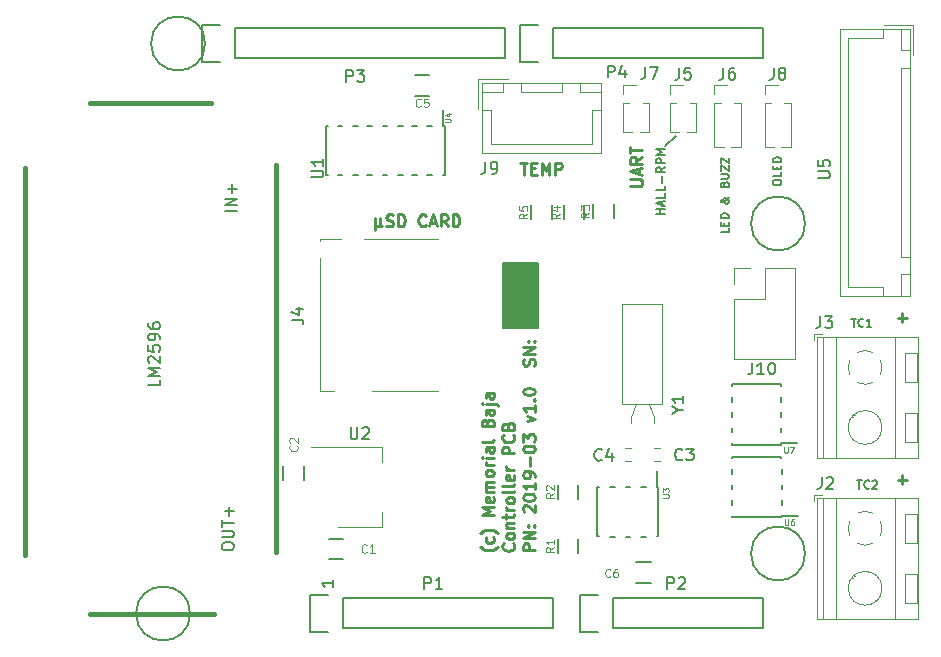
<source format=gbr>
G04 #@! TF.GenerationSoftware,KiCad,Pcbnew,(5.0.2)-1*
G04 #@! TF.CreationDate,2019-05-25T19:55:33-02:30*
G04 #@! TF.ProjectId,ControllerPCB,436f6e74-726f-46c6-9c65-725043422e6b,rev?*
G04 #@! TF.SameCoordinates,Original*
G04 #@! TF.FileFunction,Legend,Top*
G04 #@! TF.FilePolarity,Positive*
%FSLAX46Y46*%
G04 Gerber Fmt 4.6, Leading zero omitted, Abs format (unit mm)*
G04 Created by KiCad (PCBNEW (5.0.2)-1) date 5/25/2019 7:55:33 PM*
%MOMM*%
%LPD*%
G01*
G04 APERTURE LIST*
%ADD10C,0.250000*%
%ADD11C,0.175000*%
%ADD12C,0.150000*%
%ADD13C,0.187500*%
%ADD14C,0.381000*%
%ADD15C,0.120000*%
%ADD16C,0.100000*%
G04 APERTURE END LIST*
D10*
X142873595Y-90375714D02*
X142873595Y-91375714D01*
X143349785Y-90899523D02*
X143397404Y-90994761D01*
X143492642Y-91042380D01*
X142873595Y-90899523D02*
X142921214Y-90994761D01*
X143016452Y-91042380D01*
X143206928Y-91042380D01*
X143302166Y-90994761D01*
X143349785Y-90899523D01*
X143349785Y-90375714D01*
X143873595Y-90994761D02*
X144016452Y-91042380D01*
X144254547Y-91042380D01*
X144349785Y-90994761D01*
X144397404Y-90947142D01*
X144445023Y-90851904D01*
X144445023Y-90756666D01*
X144397404Y-90661428D01*
X144349785Y-90613809D01*
X144254547Y-90566190D01*
X144064071Y-90518571D01*
X143968833Y-90470952D01*
X143921214Y-90423333D01*
X143873595Y-90328095D01*
X143873595Y-90232857D01*
X143921214Y-90137619D01*
X143968833Y-90090000D01*
X144064071Y-90042380D01*
X144302166Y-90042380D01*
X144445023Y-90090000D01*
X144873595Y-91042380D02*
X144873595Y-90042380D01*
X145111690Y-90042380D01*
X145254547Y-90090000D01*
X145349785Y-90185238D01*
X145397404Y-90280476D01*
X145445023Y-90470952D01*
X145445023Y-90613809D01*
X145397404Y-90804285D01*
X145349785Y-90899523D01*
X145254547Y-90994761D01*
X145111690Y-91042380D01*
X144873595Y-91042380D01*
X147206928Y-90947142D02*
X147159309Y-90994761D01*
X147016452Y-91042380D01*
X146921214Y-91042380D01*
X146778357Y-90994761D01*
X146683119Y-90899523D01*
X146635500Y-90804285D01*
X146587880Y-90613809D01*
X146587880Y-90470952D01*
X146635500Y-90280476D01*
X146683119Y-90185238D01*
X146778357Y-90090000D01*
X146921214Y-90042380D01*
X147016452Y-90042380D01*
X147159309Y-90090000D01*
X147206928Y-90137619D01*
X147587880Y-90756666D02*
X148064071Y-90756666D01*
X147492642Y-91042380D02*
X147825976Y-90042380D01*
X148159309Y-91042380D01*
X149064071Y-91042380D02*
X148730738Y-90566190D01*
X148492642Y-91042380D02*
X148492642Y-90042380D01*
X148873595Y-90042380D01*
X148968833Y-90090000D01*
X149016452Y-90137619D01*
X149064071Y-90232857D01*
X149064071Y-90375714D01*
X149016452Y-90470952D01*
X148968833Y-90518571D01*
X148873595Y-90566190D01*
X148492642Y-90566190D01*
X149492642Y-91042380D02*
X149492642Y-90042380D01*
X149730738Y-90042380D01*
X149873595Y-90090000D01*
X149968833Y-90185238D01*
X150016452Y-90280476D01*
X150064071Y-90470952D01*
X150064071Y-90613809D01*
X150016452Y-90804285D01*
X149968833Y-90899523D01*
X149873595Y-90994761D01*
X149730738Y-91042380D01*
X149492642Y-91042380D01*
X187173595Y-112486428D02*
X187935500Y-112486428D01*
X187554547Y-112867380D02*
X187554547Y-112105476D01*
X187173595Y-98786428D02*
X187935500Y-98786428D01*
X187554547Y-99167380D02*
X187554547Y-98405476D01*
D11*
X183728416Y-112556666D02*
X184128416Y-112556666D01*
X183928416Y-113256666D02*
X183928416Y-112556666D01*
X184761750Y-113190000D02*
X184728416Y-113223333D01*
X184628416Y-113256666D01*
X184561750Y-113256666D01*
X184461750Y-113223333D01*
X184395083Y-113156666D01*
X184361750Y-113090000D01*
X184328416Y-112956666D01*
X184328416Y-112856666D01*
X184361750Y-112723333D01*
X184395083Y-112656666D01*
X184461750Y-112590000D01*
X184561750Y-112556666D01*
X184628416Y-112556666D01*
X184728416Y-112590000D01*
X184761750Y-112623333D01*
X185028416Y-112623333D02*
X185061750Y-112590000D01*
X185128416Y-112556666D01*
X185295083Y-112556666D01*
X185361750Y-112590000D01*
X185395083Y-112623333D01*
X185428416Y-112690000D01*
X185428416Y-112756666D01*
X185395083Y-112856666D01*
X184995083Y-113256666D01*
X185428416Y-113256666D01*
X183228416Y-98856666D02*
X183628416Y-98856666D01*
X183428416Y-99556666D02*
X183428416Y-98856666D01*
X184261750Y-99490000D02*
X184228416Y-99523333D01*
X184128416Y-99556666D01*
X184061750Y-99556666D01*
X183961750Y-99523333D01*
X183895083Y-99456666D01*
X183861750Y-99390000D01*
X183828416Y-99256666D01*
X183828416Y-99156666D01*
X183861750Y-99023333D01*
X183895083Y-98956666D01*
X183961750Y-98890000D01*
X184061750Y-98856666D01*
X184128416Y-98856666D01*
X184228416Y-98890000D01*
X184261750Y-98923333D01*
X184928416Y-99556666D02*
X184528416Y-99556666D01*
X184728416Y-99556666D02*
X184728416Y-98856666D01*
X184661750Y-98956666D01*
X184595083Y-99023333D01*
X184528416Y-99056666D01*
D12*
X167448000Y-84215000D02*
X168398000Y-83365000D01*
D11*
X176589666Y-87401250D02*
X176589666Y-87267916D01*
X176623000Y-87201250D01*
X176689666Y-87134583D01*
X176823000Y-87101250D01*
X177056333Y-87101250D01*
X177189666Y-87134583D01*
X177256333Y-87201250D01*
X177289666Y-87267916D01*
X177289666Y-87401250D01*
X177256333Y-87467916D01*
X177189666Y-87534583D01*
X177056333Y-87567916D01*
X176823000Y-87567916D01*
X176689666Y-87534583D01*
X176623000Y-87467916D01*
X176589666Y-87401250D01*
X177289666Y-86467916D02*
X177289666Y-86801250D01*
X176589666Y-86801250D01*
X176923000Y-86234583D02*
X176923000Y-86001250D01*
X177289666Y-85901250D02*
X177289666Y-86234583D01*
X176589666Y-86234583D01*
X176589666Y-85901250D01*
X177289666Y-85601250D02*
X176589666Y-85601250D01*
X176589666Y-85434583D01*
X176623000Y-85334583D01*
X176689666Y-85267916D01*
X176756333Y-85234583D01*
X176889666Y-85201250D01*
X176989666Y-85201250D01*
X177123000Y-85234583D01*
X177189666Y-85267916D01*
X177256333Y-85334583D01*
X177289666Y-85434583D01*
X177289666Y-85601250D01*
X172864666Y-91226250D02*
X172864666Y-91559583D01*
X172164666Y-91559583D01*
X172498000Y-90992916D02*
X172498000Y-90759583D01*
X172864666Y-90659583D02*
X172864666Y-90992916D01*
X172164666Y-90992916D01*
X172164666Y-90659583D01*
X172864666Y-90359583D02*
X172164666Y-90359583D01*
X172164666Y-90192916D01*
X172198000Y-90092916D01*
X172264666Y-90026250D01*
X172331333Y-89992916D01*
X172464666Y-89959583D01*
X172564666Y-89959583D01*
X172698000Y-89992916D01*
X172764666Y-90026250D01*
X172831333Y-90092916D01*
X172864666Y-90192916D01*
X172864666Y-90359583D01*
X172864666Y-88559583D02*
X172864666Y-88592916D01*
X172831333Y-88659583D01*
X172731333Y-88759583D01*
X172531333Y-88926250D01*
X172431333Y-88992916D01*
X172331333Y-89026250D01*
X172264666Y-89026250D01*
X172198000Y-88992916D01*
X172164666Y-88926250D01*
X172164666Y-88892916D01*
X172198000Y-88826250D01*
X172264666Y-88792916D01*
X172298000Y-88792916D01*
X172364666Y-88826250D01*
X172398000Y-88859583D01*
X172531333Y-89059583D01*
X172564666Y-89092916D01*
X172631333Y-89126250D01*
X172731333Y-89126250D01*
X172798000Y-89092916D01*
X172831333Y-89059583D01*
X172864666Y-88992916D01*
X172864666Y-88892916D01*
X172831333Y-88826250D01*
X172798000Y-88792916D01*
X172664666Y-88692916D01*
X172564666Y-88659583D01*
X172498000Y-88659583D01*
X172498000Y-87492916D02*
X172531333Y-87392916D01*
X172564666Y-87359583D01*
X172631333Y-87326250D01*
X172731333Y-87326250D01*
X172798000Y-87359583D01*
X172831333Y-87392916D01*
X172864666Y-87459583D01*
X172864666Y-87726250D01*
X172164666Y-87726250D01*
X172164666Y-87492916D01*
X172198000Y-87426250D01*
X172231333Y-87392916D01*
X172298000Y-87359583D01*
X172364666Y-87359583D01*
X172431333Y-87392916D01*
X172464666Y-87426250D01*
X172498000Y-87492916D01*
X172498000Y-87726250D01*
X172164666Y-87026250D02*
X172731333Y-87026250D01*
X172798000Y-86992916D01*
X172831333Y-86959583D01*
X172864666Y-86892916D01*
X172864666Y-86759583D01*
X172831333Y-86692916D01*
X172798000Y-86659583D01*
X172731333Y-86626250D01*
X172164666Y-86626250D01*
X172164666Y-86359583D02*
X172164666Y-85892916D01*
X172864666Y-86359583D01*
X172864666Y-85892916D01*
X172164666Y-85692916D02*
X172164666Y-85226250D01*
X172864666Y-85692916D01*
X172864666Y-85226250D01*
D13*
X167462285Y-90039553D02*
X166712285Y-90039553D01*
X167069428Y-90039553D02*
X167069428Y-89610982D01*
X167462285Y-89610982D02*
X166712285Y-89610982D01*
X167248000Y-89289553D02*
X167248000Y-88932410D01*
X167462285Y-89360982D02*
X166712285Y-89110982D01*
X167462285Y-88860982D01*
X167462285Y-88253839D02*
X167462285Y-88610982D01*
X166712285Y-88610982D01*
X167462285Y-87646696D02*
X167462285Y-88003839D01*
X166712285Y-88003839D01*
X167176571Y-87396696D02*
X167176571Y-86825267D01*
X167462285Y-86039553D02*
X167105142Y-86289553D01*
X167462285Y-86468125D02*
X166712285Y-86468125D01*
X166712285Y-86182410D01*
X166748000Y-86110982D01*
X166783714Y-86075267D01*
X166855142Y-86039553D01*
X166962285Y-86039553D01*
X167033714Y-86075267D01*
X167069428Y-86110982D01*
X167105142Y-86182410D01*
X167105142Y-86468125D01*
X167462285Y-85718125D02*
X166712285Y-85718125D01*
X166712285Y-85432410D01*
X166748000Y-85360982D01*
X166783714Y-85325267D01*
X166855142Y-85289553D01*
X166962285Y-85289553D01*
X167033714Y-85325267D01*
X167069428Y-85360982D01*
X167105142Y-85432410D01*
X167105142Y-85718125D01*
X167462285Y-84968125D02*
X166712285Y-84968125D01*
X167248000Y-84718125D01*
X166712285Y-84468125D01*
X167462285Y-84468125D01*
D10*
X164525380Y-87639404D02*
X165334904Y-87639404D01*
X165430142Y-87591785D01*
X165477761Y-87544166D01*
X165525380Y-87448928D01*
X165525380Y-87258452D01*
X165477761Y-87163214D01*
X165430142Y-87115595D01*
X165334904Y-87067976D01*
X164525380Y-87067976D01*
X165239666Y-86639404D02*
X165239666Y-86163214D01*
X165525380Y-86734642D02*
X164525380Y-86401309D01*
X165525380Y-86067976D01*
X165525380Y-85163214D02*
X165049190Y-85496547D01*
X165525380Y-85734642D02*
X164525380Y-85734642D01*
X164525380Y-85353690D01*
X164573000Y-85258452D01*
X164620619Y-85210833D01*
X164715857Y-85163214D01*
X164858714Y-85163214D01*
X164953952Y-85210833D01*
X165001571Y-85258452D01*
X165049190Y-85353690D01*
X165049190Y-85734642D01*
X164525380Y-84877500D02*
X164525380Y-84306071D01*
X165525380Y-84591785D02*
X164525380Y-84591785D01*
X155205738Y-85667380D02*
X155777166Y-85667380D01*
X155491452Y-86667380D02*
X155491452Y-85667380D01*
X156110500Y-86143571D02*
X156443833Y-86143571D01*
X156586690Y-86667380D02*
X156110500Y-86667380D01*
X156110500Y-85667380D01*
X156586690Y-85667380D01*
X157015261Y-86667380D02*
X157015261Y-85667380D01*
X157348595Y-86381666D01*
X157681928Y-85667380D01*
X157681928Y-86667380D01*
X158158119Y-86667380D02*
X158158119Y-85667380D01*
X158539071Y-85667380D01*
X158634309Y-85715000D01*
X158681928Y-85762619D01*
X158729547Y-85857857D01*
X158729547Y-86000714D01*
X158681928Y-86095952D01*
X158634309Y-86143571D01*
X158539071Y-86191190D01*
X158158119Y-86191190D01*
X153331333Y-118178690D02*
X153283714Y-118226309D01*
X153140857Y-118321547D01*
X153045619Y-118369166D01*
X152902761Y-118416785D01*
X152664666Y-118464404D01*
X152474190Y-118464404D01*
X152236095Y-118416785D01*
X152093238Y-118369166D01*
X151998000Y-118321547D01*
X151855142Y-118226309D01*
X151807523Y-118178690D01*
X152902761Y-117369166D02*
X152950380Y-117464404D01*
X152950380Y-117654880D01*
X152902761Y-117750119D01*
X152855142Y-117797738D01*
X152759904Y-117845357D01*
X152474190Y-117845357D01*
X152378952Y-117797738D01*
X152331333Y-117750119D01*
X152283714Y-117654880D01*
X152283714Y-117464404D01*
X152331333Y-117369166D01*
X153331333Y-117035833D02*
X153283714Y-116988214D01*
X153140857Y-116892976D01*
X153045619Y-116845357D01*
X152902761Y-116797738D01*
X152664666Y-116750119D01*
X152474190Y-116750119D01*
X152236095Y-116797738D01*
X152093238Y-116845357D01*
X151998000Y-116892976D01*
X151855142Y-116988214D01*
X151807523Y-117035833D01*
X152950380Y-115512023D02*
X151950380Y-115512023D01*
X152664666Y-115178690D01*
X151950380Y-114845357D01*
X152950380Y-114845357D01*
X152902761Y-113988214D02*
X152950380Y-114083452D01*
X152950380Y-114273928D01*
X152902761Y-114369166D01*
X152807523Y-114416785D01*
X152426571Y-114416785D01*
X152331333Y-114369166D01*
X152283714Y-114273928D01*
X152283714Y-114083452D01*
X152331333Y-113988214D01*
X152426571Y-113940595D01*
X152521809Y-113940595D01*
X152617047Y-114416785D01*
X152950380Y-113512023D02*
X152283714Y-113512023D01*
X152378952Y-113512023D02*
X152331333Y-113464404D01*
X152283714Y-113369166D01*
X152283714Y-113226309D01*
X152331333Y-113131071D01*
X152426571Y-113083452D01*
X152950380Y-113083452D01*
X152426571Y-113083452D02*
X152331333Y-113035833D01*
X152283714Y-112940595D01*
X152283714Y-112797738D01*
X152331333Y-112702500D01*
X152426571Y-112654880D01*
X152950380Y-112654880D01*
X152950380Y-112035833D02*
X152902761Y-112131071D01*
X152855142Y-112178690D01*
X152759904Y-112226309D01*
X152474190Y-112226309D01*
X152378952Y-112178690D01*
X152331333Y-112131071D01*
X152283714Y-112035833D01*
X152283714Y-111892976D01*
X152331333Y-111797738D01*
X152378952Y-111750119D01*
X152474190Y-111702500D01*
X152759904Y-111702500D01*
X152855142Y-111750119D01*
X152902761Y-111797738D01*
X152950380Y-111892976D01*
X152950380Y-112035833D01*
X152950380Y-111273928D02*
X152283714Y-111273928D01*
X152474190Y-111273928D02*
X152378952Y-111226309D01*
X152331333Y-111178690D01*
X152283714Y-111083452D01*
X152283714Y-110988214D01*
X152950380Y-110654880D02*
X152283714Y-110654880D01*
X151950380Y-110654880D02*
X151998000Y-110702500D01*
X152045619Y-110654880D01*
X151998000Y-110607261D01*
X151950380Y-110654880D01*
X152045619Y-110654880D01*
X152950380Y-109750119D02*
X152426571Y-109750119D01*
X152331333Y-109797738D01*
X152283714Y-109892976D01*
X152283714Y-110083452D01*
X152331333Y-110178690D01*
X152902761Y-109750119D02*
X152950380Y-109845357D01*
X152950380Y-110083452D01*
X152902761Y-110178690D01*
X152807523Y-110226309D01*
X152712285Y-110226309D01*
X152617047Y-110178690D01*
X152569428Y-110083452D01*
X152569428Y-109845357D01*
X152521809Y-109750119D01*
X152950380Y-109131071D02*
X152902761Y-109226309D01*
X152807523Y-109273928D01*
X151950380Y-109273928D01*
X152426571Y-107654880D02*
X152474190Y-107512023D01*
X152521809Y-107464404D01*
X152617047Y-107416785D01*
X152759904Y-107416785D01*
X152855142Y-107464404D01*
X152902761Y-107512023D01*
X152950380Y-107607261D01*
X152950380Y-107988214D01*
X151950380Y-107988214D01*
X151950380Y-107654880D01*
X151998000Y-107559642D01*
X152045619Y-107512023D01*
X152140857Y-107464404D01*
X152236095Y-107464404D01*
X152331333Y-107512023D01*
X152378952Y-107559642D01*
X152426571Y-107654880D01*
X152426571Y-107988214D01*
X152950380Y-106559642D02*
X152426571Y-106559642D01*
X152331333Y-106607261D01*
X152283714Y-106702500D01*
X152283714Y-106892976D01*
X152331333Y-106988214D01*
X152902761Y-106559642D02*
X152950380Y-106654880D01*
X152950380Y-106892976D01*
X152902761Y-106988214D01*
X152807523Y-107035833D01*
X152712285Y-107035833D01*
X152617047Y-106988214D01*
X152569428Y-106892976D01*
X152569428Y-106654880D01*
X152521809Y-106559642D01*
X152283714Y-106083452D02*
X153140857Y-106083452D01*
X153236095Y-106131071D01*
X153283714Y-106226309D01*
X153283714Y-106273928D01*
X151950380Y-106083452D02*
X151998000Y-106131071D01*
X152045619Y-106083452D01*
X151998000Y-106035833D01*
X151950380Y-106083452D01*
X152045619Y-106083452D01*
X152950380Y-105178690D02*
X152426571Y-105178690D01*
X152331333Y-105226309D01*
X152283714Y-105321547D01*
X152283714Y-105512023D01*
X152331333Y-105607261D01*
X152902761Y-105178690D02*
X152950380Y-105273928D01*
X152950380Y-105512023D01*
X152902761Y-105607261D01*
X152807523Y-105654880D01*
X152712285Y-105654880D01*
X152617047Y-105607261D01*
X152569428Y-105512023D01*
X152569428Y-105273928D01*
X152521809Y-105178690D01*
X154605142Y-117892976D02*
X154652761Y-117940595D01*
X154700380Y-118083452D01*
X154700380Y-118178690D01*
X154652761Y-118321547D01*
X154557523Y-118416785D01*
X154462285Y-118464404D01*
X154271809Y-118512023D01*
X154128952Y-118512023D01*
X153938476Y-118464404D01*
X153843238Y-118416785D01*
X153748000Y-118321547D01*
X153700380Y-118178690D01*
X153700380Y-118083452D01*
X153748000Y-117940595D01*
X153795619Y-117892976D01*
X154700380Y-117321547D02*
X154652761Y-117416785D01*
X154605142Y-117464404D01*
X154509904Y-117512023D01*
X154224190Y-117512023D01*
X154128952Y-117464404D01*
X154081333Y-117416785D01*
X154033714Y-117321547D01*
X154033714Y-117178690D01*
X154081333Y-117083452D01*
X154128952Y-117035833D01*
X154224190Y-116988214D01*
X154509904Y-116988214D01*
X154605142Y-117035833D01*
X154652761Y-117083452D01*
X154700380Y-117178690D01*
X154700380Y-117321547D01*
X154033714Y-116559642D02*
X154700380Y-116559642D01*
X154128952Y-116559642D02*
X154081333Y-116512023D01*
X154033714Y-116416785D01*
X154033714Y-116273928D01*
X154081333Y-116178690D01*
X154176571Y-116131071D01*
X154700380Y-116131071D01*
X154033714Y-115797738D02*
X154033714Y-115416785D01*
X153700380Y-115654880D02*
X154557523Y-115654880D01*
X154652761Y-115607261D01*
X154700380Y-115512023D01*
X154700380Y-115416785D01*
X154700380Y-115083452D02*
X154033714Y-115083452D01*
X154224190Y-115083452D02*
X154128952Y-115035833D01*
X154081333Y-114988214D01*
X154033714Y-114892976D01*
X154033714Y-114797738D01*
X154700380Y-114321547D02*
X154652761Y-114416785D01*
X154605142Y-114464404D01*
X154509904Y-114512023D01*
X154224190Y-114512023D01*
X154128952Y-114464404D01*
X154081333Y-114416785D01*
X154033714Y-114321547D01*
X154033714Y-114178690D01*
X154081333Y-114083452D01*
X154128952Y-114035833D01*
X154224190Y-113988214D01*
X154509904Y-113988214D01*
X154605142Y-114035833D01*
X154652761Y-114083452D01*
X154700380Y-114178690D01*
X154700380Y-114321547D01*
X154700380Y-113416785D02*
X154652761Y-113512023D01*
X154557523Y-113559642D01*
X153700380Y-113559642D01*
X154700380Y-112892976D02*
X154652761Y-112988214D01*
X154557523Y-113035833D01*
X153700380Y-113035833D01*
X154652761Y-112131071D02*
X154700380Y-112226309D01*
X154700380Y-112416785D01*
X154652761Y-112512023D01*
X154557523Y-112559642D01*
X154176571Y-112559642D01*
X154081333Y-112512023D01*
X154033714Y-112416785D01*
X154033714Y-112226309D01*
X154081333Y-112131071D01*
X154176571Y-112083452D01*
X154271809Y-112083452D01*
X154367047Y-112559642D01*
X154700380Y-111654880D02*
X154033714Y-111654880D01*
X154224190Y-111654880D02*
X154128952Y-111607261D01*
X154081333Y-111559642D01*
X154033714Y-111464404D01*
X154033714Y-111369166D01*
X154700380Y-110273928D02*
X153700380Y-110273928D01*
X153700380Y-109892976D01*
X153748000Y-109797738D01*
X153795619Y-109750119D01*
X153890857Y-109702500D01*
X154033714Y-109702500D01*
X154128952Y-109750119D01*
X154176571Y-109797738D01*
X154224190Y-109892976D01*
X154224190Y-110273928D01*
X154605142Y-108702500D02*
X154652761Y-108750119D01*
X154700380Y-108892976D01*
X154700380Y-108988214D01*
X154652761Y-109131071D01*
X154557523Y-109226309D01*
X154462285Y-109273928D01*
X154271809Y-109321547D01*
X154128952Y-109321547D01*
X153938476Y-109273928D01*
X153843238Y-109226309D01*
X153748000Y-109131071D01*
X153700380Y-108988214D01*
X153700380Y-108892976D01*
X153748000Y-108750119D01*
X153795619Y-108702500D01*
X154176571Y-107940595D02*
X154224190Y-107797738D01*
X154271809Y-107750119D01*
X154367047Y-107702500D01*
X154509904Y-107702500D01*
X154605142Y-107750119D01*
X154652761Y-107797738D01*
X154700380Y-107892976D01*
X154700380Y-108273928D01*
X153700380Y-108273928D01*
X153700380Y-107940595D01*
X153748000Y-107845357D01*
X153795619Y-107797738D01*
X153890857Y-107750119D01*
X153986095Y-107750119D01*
X154081333Y-107797738D01*
X154128952Y-107845357D01*
X154176571Y-107940595D01*
X154176571Y-108273928D01*
X156450380Y-118464404D02*
X155450380Y-118464404D01*
X155450380Y-118083452D01*
X155498000Y-117988214D01*
X155545619Y-117940595D01*
X155640857Y-117892976D01*
X155783714Y-117892976D01*
X155878952Y-117940595D01*
X155926571Y-117988214D01*
X155974190Y-118083452D01*
X155974190Y-118464404D01*
X156450380Y-117464404D02*
X155450380Y-117464404D01*
X156450380Y-116892976D01*
X155450380Y-116892976D01*
X156355142Y-116416785D02*
X156402761Y-116369166D01*
X156450380Y-116416785D01*
X156402761Y-116464404D01*
X156355142Y-116416785D01*
X156450380Y-116416785D01*
X155831333Y-116416785D02*
X155878952Y-116369166D01*
X155926571Y-116416785D01*
X155878952Y-116464404D01*
X155831333Y-116416785D01*
X155926571Y-116416785D01*
X155545619Y-115226309D02*
X155498000Y-115178690D01*
X155450380Y-115083452D01*
X155450380Y-114845357D01*
X155498000Y-114750119D01*
X155545619Y-114702500D01*
X155640857Y-114654880D01*
X155736095Y-114654880D01*
X155878952Y-114702500D01*
X156450380Y-115273928D01*
X156450380Y-114654880D01*
X155450380Y-114035833D02*
X155450380Y-113940595D01*
X155498000Y-113845357D01*
X155545619Y-113797738D01*
X155640857Y-113750119D01*
X155831333Y-113702500D01*
X156069428Y-113702500D01*
X156259904Y-113750119D01*
X156355142Y-113797738D01*
X156402761Y-113845357D01*
X156450380Y-113940595D01*
X156450380Y-114035833D01*
X156402761Y-114131071D01*
X156355142Y-114178690D01*
X156259904Y-114226309D01*
X156069428Y-114273928D01*
X155831333Y-114273928D01*
X155640857Y-114226309D01*
X155545619Y-114178690D01*
X155498000Y-114131071D01*
X155450380Y-114035833D01*
X156450380Y-112750119D02*
X156450380Y-113321547D01*
X156450380Y-113035833D02*
X155450380Y-113035833D01*
X155593238Y-113131071D01*
X155688476Y-113226309D01*
X155736095Y-113321547D01*
X156450380Y-112273928D02*
X156450380Y-112083452D01*
X156402761Y-111988214D01*
X156355142Y-111940595D01*
X156212285Y-111845357D01*
X156021809Y-111797738D01*
X155640857Y-111797738D01*
X155545619Y-111845357D01*
X155498000Y-111892976D01*
X155450380Y-111988214D01*
X155450380Y-112178690D01*
X155498000Y-112273928D01*
X155545619Y-112321547D01*
X155640857Y-112369166D01*
X155878952Y-112369166D01*
X155974190Y-112321547D01*
X156021809Y-112273928D01*
X156069428Y-112178690D01*
X156069428Y-111988214D01*
X156021809Y-111892976D01*
X155974190Y-111845357D01*
X155878952Y-111797738D01*
X156069428Y-111369166D02*
X156069428Y-110607261D01*
X155450380Y-109940595D02*
X155450380Y-109845357D01*
X155498000Y-109750119D01*
X155545619Y-109702500D01*
X155640857Y-109654880D01*
X155831333Y-109607261D01*
X156069428Y-109607261D01*
X156259904Y-109654880D01*
X156355142Y-109702500D01*
X156402761Y-109750119D01*
X156450380Y-109845357D01*
X156450380Y-109940595D01*
X156402761Y-110035833D01*
X156355142Y-110083452D01*
X156259904Y-110131071D01*
X156069428Y-110178690D01*
X155831333Y-110178690D01*
X155640857Y-110131071D01*
X155545619Y-110083452D01*
X155498000Y-110035833D01*
X155450380Y-109940595D01*
X155450380Y-109273928D02*
X155450380Y-108654880D01*
X155831333Y-108988214D01*
X155831333Y-108845357D01*
X155878952Y-108750119D01*
X155926571Y-108702500D01*
X156021809Y-108654880D01*
X156259904Y-108654880D01*
X156355142Y-108702500D01*
X156402761Y-108750119D01*
X156450380Y-108845357D01*
X156450380Y-109131071D01*
X156402761Y-109226309D01*
X156355142Y-109273928D01*
X155783714Y-107559642D02*
X156450380Y-107321547D01*
X155783714Y-107083452D01*
X156450380Y-106178690D02*
X156450380Y-106750119D01*
X156450380Y-106464404D02*
X155450380Y-106464404D01*
X155593238Y-106559642D01*
X155688476Y-106654880D01*
X155736095Y-106750119D01*
X156355142Y-105750119D02*
X156402761Y-105702500D01*
X156450380Y-105750119D01*
X156402761Y-105797738D01*
X156355142Y-105750119D01*
X156450380Y-105750119D01*
X155450380Y-105083452D02*
X155450380Y-104988214D01*
X155498000Y-104892976D01*
X155545619Y-104845357D01*
X155640857Y-104797738D01*
X155831333Y-104750119D01*
X156069428Y-104750119D01*
X156259904Y-104797738D01*
X156355142Y-104845357D01*
X156402761Y-104892976D01*
X156450380Y-104988214D01*
X156450380Y-105083452D01*
X156402761Y-105178690D01*
X156355142Y-105226309D01*
X156259904Y-105273928D01*
X156069428Y-105321547D01*
X155831333Y-105321547D01*
X155640857Y-105273928D01*
X155545619Y-105226309D01*
X155498000Y-105178690D01*
X155450380Y-105083452D01*
X156402761Y-102845357D02*
X156450380Y-102702500D01*
X156450380Y-102464404D01*
X156402761Y-102369166D01*
X156355142Y-102321547D01*
X156259904Y-102273928D01*
X156164666Y-102273928D01*
X156069428Y-102321547D01*
X156021809Y-102369166D01*
X155974190Y-102464404D01*
X155926571Y-102654880D01*
X155878952Y-102750119D01*
X155831333Y-102797738D01*
X155736095Y-102845357D01*
X155640857Y-102845357D01*
X155545619Y-102797738D01*
X155498000Y-102750119D01*
X155450380Y-102654880D01*
X155450380Y-102416785D01*
X155498000Y-102273928D01*
X156450380Y-101845357D02*
X155450380Y-101845357D01*
X156450380Y-101273928D01*
X155450380Y-101273928D01*
X156355142Y-100797738D02*
X156402761Y-100750119D01*
X156450380Y-100797738D01*
X156402761Y-100845357D01*
X156355142Y-100797738D01*
X156450380Y-100797738D01*
X155831333Y-100797738D02*
X155878952Y-100750119D01*
X155926571Y-100797738D01*
X155878952Y-100845357D01*
X155831333Y-100797738D01*
X155926571Y-100797738D01*
D12*
X139390380Y-120999285D02*
X139390380Y-121570714D01*
X139390380Y-121285000D02*
X138390380Y-121285000D01*
X138533238Y-121380238D01*
X138628476Y-121475476D01*
X138676095Y-121570714D01*
G04 #@! TO.C,P1*
X140208000Y-125095000D02*
X157988000Y-125095000D01*
X157988000Y-125095000D02*
X157988000Y-122555000D01*
X157988000Y-122555000D02*
X140208000Y-122555000D01*
X137388000Y-125375000D02*
X138938000Y-125375000D01*
X140208000Y-125095000D02*
X140208000Y-122555000D01*
X138938000Y-122275000D02*
X137388000Y-122275000D01*
X137388000Y-122275000D02*
X137388000Y-125375000D01*
G04 #@! TO.C,P2*
X163068000Y-125095000D02*
X175768000Y-125095000D01*
X175768000Y-125095000D02*
X175768000Y-122555000D01*
X175768000Y-122555000D02*
X163068000Y-122555000D01*
X160248000Y-125375000D02*
X161798000Y-125375000D01*
X163068000Y-125095000D02*
X163068000Y-122555000D01*
X161798000Y-122275000D02*
X160248000Y-122275000D01*
X160248000Y-122275000D02*
X160248000Y-125375000D01*
G04 #@! TO.C,P3*
X131064000Y-76835000D02*
X153924000Y-76835000D01*
X153924000Y-76835000D02*
X153924000Y-74295000D01*
X153924000Y-74295000D02*
X131064000Y-74295000D01*
X128244000Y-77115000D02*
X129794000Y-77115000D01*
X131064000Y-76835000D02*
X131064000Y-74295000D01*
X129794000Y-74015000D02*
X128244000Y-74015000D01*
X128244000Y-74015000D02*
X128244000Y-77115000D01*
G04 #@! TO.C,P4*
X157988000Y-76835000D02*
X175768000Y-76835000D01*
X175768000Y-76835000D02*
X175768000Y-74295000D01*
X175768000Y-74295000D02*
X157988000Y-74295000D01*
X155168000Y-77115000D02*
X156718000Y-77115000D01*
X157988000Y-76835000D02*
X157988000Y-74295000D01*
X156718000Y-74015000D02*
X155168000Y-74015000D01*
X155168000Y-74015000D02*
X155168000Y-77115000D01*
G04 #@! TO.C,P5*
X127254000Y-123825000D02*
G75*
G03X127254000Y-123825000I-2286000J0D01*
G01*
G04 #@! TO.C,P6*
X179324000Y-118745000D02*
G75*
G03X179324000Y-118745000I-2286000J0D01*
G01*
G04 #@! TO.C,P7*
X128524000Y-75565000D02*
G75*
G03X128524000Y-75565000I-2286000J0D01*
G01*
G04 #@! TO.C,P8*
X179324000Y-90805000D02*
G75*
G03X179324000Y-90805000I-2286000J0D01*
G01*
G04 #@! TO.C,C1*
X138998000Y-117490000D02*
X140198000Y-117490000D01*
X140198000Y-119240000D02*
X138998000Y-119240000D01*
G04 #@! TO.C,C2*
X136873000Y-111365000D02*
X136873000Y-112565000D01*
X135123000Y-112565000D02*
X135123000Y-111365000D01*
G04 #@! TO.C,logo1*
X153748000Y-94115000D02*
X156748000Y-94115000D01*
X153748000Y-99615000D02*
X156748000Y-99615000D01*
X153748000Y-99565000D02*
X153748000Y-94165000D01*
X153848000Y-94165000D02*
X153848000Y-99565000D01*
X153948000Y-99565000D02*
X153948000Y-94165000D01*
X154048000Y-94165000D02*
X154048000Y-99565000D01*
X154148000Y-99565000D02*
X154148000Y-94165000D01*
X154248000Y-94165000D02*
X154248000Y-99565000D01*
X154348000Y-99565000D02*
X154348000Y-94165000D01*
X154448000Y-94165000D02*
X154448000Y-99565000D01*
X154548000Y-99565000D02*
X154548000Y-94165000D01*
X154648000Y-94165000D02*
X154648000Y-99565000D01*
X154748000Y-99565000D02*
X154748000Y-94165000D01*
X154848000Y-94165000D02*
X154848000Y-99565000D01*
X154948000Y-99565000D02*
X154948000Y-94165000D01*
X155048000Y-94165000D02*
X155048000Y-99565000D01*
X155148000Y-99565000D02*
X155148000Y-94165000D01*
X155248000Y-94165000D02*
X155248000Y-99565000D01*
X155348000Y-99565000D02*
X155348000Y-94165000D01*
X155448000Y-94165000D02*
X155448000Y-99565000D01*
X155548000Y-99565000D02*
X155548000Y-94165000D01*
X155648000Y-94165000D02*
X155648000Y-99565000D01*
X155748000Y-99565000D02*
X155748000Y-94165000D01*
X155848000Y-94165000D02*
X155848000Y-99565000D01*
X155948000Y-99565000D02*
X155948000Y-94165000D01*
X156048000Y-94165000D02*
X156048000Y-99565000D01*
X156148000Y-99565000D02*
X156148000Y-94165000D01*
X156248000Y-94165000D02*
X156248000Y-99565000D01*
X156348000Y-99565000D02*
X156348000Y-94165000D01*
X156448000Y-94165000D02*
X156448000Y-99565000D01*
X156548000Y-99565000D02*
X156548000Y-94165000D01*
X156648000Y-94165000D02*
X156648000Y-99565000D01*
X156748000Y-99565000D02*
X156748000Y-94165000D01*
D14*
G04 #@! TO.C,U1*
X134498000Y-85865000D02*
X134498000Y-118615000D01*
X129248000Y-123865000D02*
X118748000Y-123865000D01*
X113248000Y-118865000D02*
X113248000Y-86115000D01*
X118748000Y-80615000D02*
X128998000Y-80615000D01*
D15*
G04 #@! TO.C,U2*
X137498000Y-109705000D02*
X143508000Y-109705000D01*
X139748000Y-116525000D02*
X143508000Y-116525000D01*
X143508000Y-109705000D02*
X143508000Y-110965000D01*
X143508000Y-116525000D02*
X143508000Y-115265000D01*
D12*
G04 #@! TO.C,C5*
X147498000Y-79990000D02*
X146298000Y-79990000D01*
X146298000Y-78240000D02*
X147498000Y-78240000D01*
G04 #@! TO.C,C6*
X166248000Y-121240000D02*
X165048000Y-121240000D01*
X165048000Y-119490000D02*
X166248000Y-119490000D01*
D15*
G04 #@! TO.C,J2*
X183118725Y-117241871D02*
G75*
G02X182974000Y-116615000I1285275J626871D01*
G01*
X185031362Y-117900824D02*
G75*
G02X183777000Y-117901000I-627362J1285824D01*
G01*
X185689824Y-115987638D02*
G75*
G02X185690000Y-117242000I-1285824J-627362D01*
G01*
X183777254Y-115328389D02*
G75*
G02X185032000Y-115329000I626746J-1286611D01*
G01*
X182973060Y-116639280D02*
G75*
G02X183118000Y-115987000I1430940J24280D01*
G01*
X185834000Y-121695000D02*
G75*
G03X185834000Y-121695000I-1430000J0D01*
G01*
X180854000Y-114015000D02*
X180854000Y-124295000D01*
X181954000Y-114015000D02*
X181954000Y-124295000D01*
X186954000Y-114015000D02*
X186954000Y-124295000D01*
X188864000Y-114015000D02*
X188864000Y-124295000D01*
X180294000Y-114015000D02*
X180294000Y-124295000D01*
X188864000Y-114015000D02*
X180294000Y-114015000D01*
X188864000Y-124295000D02*
X180294000Y-124295000D01*
X188804000Y-115365000D02*
X188804000Y-117865000D01*
X187804000Y-115365000D02*
X187804000Y-117865000D01*
X188804000Y-115365000D02*
X187804000Y-115365000D01*
X188804000Y-117865000D02*
X187804000Y-117865000D01*
X185314000Y-122780000D02*
X185255000Y-122720000D01*
X183359000Y-120825000D02*
X183319000Y-120785000D01*
X185489000Y-122606000D02*
X185449000Y-122566000D01*
X183554000Y-120671000D02*
X183494000Y-120611000D01*
X188804000Y-120445000D02*
X188804000Y-122945000D01*
X187804000Y-120445000D02*
X187804000Y-122945000D01*
X188804000Y-120445000D02*
X187804000Y-120445000D01*
X188804000Y-122945000D02*
X187804000Y-122945000D01*
X180794000Y-113775000D02*
X180054000Y-113775000D01*
X180054000Y-113775000D02*
X180054000Y-114275000D01*
G04 #@! TO.C,J3*
X180054000Y-100157000D02*
X180054000Y-100657000D01*
X180794000Y-100157000D02*
X180054000Y-100157000D01*
X188804000Y-109327000D02*
X187804000Y-109327000D01*
X188804000Y-106827000D02*
X187804000Y-106827000D01*
X187804000Y-106827000D02*
X187804000Y-109327000D01*
X188804000Y-106827000D02*
X188804000Y-109327000D01*
X183554000Y-107053000D02*
X183494000Y-106993000D01*
X185489000Y-108988000D02*
X185449000Y-108948000D01*
X183359000Y-107207000D02*
X183319000Y-107167000D01*
X185314000Y-109162000D02*
X185255000Y-109102000D01*
X188804000Y-104247000D02*
X187804000Y-104247000D01*
X188804000Y-101747000D02*
X187804000Y-101747000D01*
X187804000Y-101747000D02*
X187804000Y-104247000D01*
X188804000Y-101747000D02*
X188804000Y-104247000D01*
X188864000Y-110677000D02*
X180294000Y-110677000D01*
X188864000Y-100397000D02*
X180294000Y-100397000D01*
X180294000Y-100397000D02*
X180294000Y-110677000D01*
X188864000Y-100397000D02*
X188864000Y-110677000D01*
X186954000Y-100397000D02*
X186954000Y-110677000D01*
X181954000Y-100397000D02*
X181954000Y-110677000D01*
X180854000Y-100397000D02*
X180854000Y-110677000D01*
X185834000Y-108077000D02*
G75*
G03X185834000Y-108077000I-1430000J0D01*
G01*
X182973060Y-103021280D02*
G75*
G02X183118000Y-102369000I1430940J24280D01*
G01*
X183777254Y-101710389D02*
G75*
G02X185032000Y-101711000I626746J-1286611D01*
G01*
X185689824Y-102369638D02*
G75*
G02X185690000Y-103624000I-1285824J-627362D01*
G01*
X185031362Y-104282824D02*
G75*
G02X183777000Y-104283000I-627362J1285824D01*
G01*
X183118725Y-103623871D02*
G75*
G02X182974000Y-102997000I1285275J626871D01*
G01*
G04 #@! TO.C,J4*
X138238000Y-92265000D02*
X138238000Y-92155000D01*
X139398000Y-105025000D02*
X138238000Y-105025000D01*
X138238000Y-105025000D02*
X138238000Y-93765000D01*
X138238000Y-92155000D02*
X140048000Y-92155000D01*
X142648000Y-105025000D02*
X148248000Y-105025000D01*
X141948000Y-92155000D02*
X148248000Y-92155000D01*
G04 #@! TO.C,J5*
X167888000Y-79105000D02*
X168998000Y-79105000D01*
X167888000Y-79865000D02*
X167888000Y-79105000D01*
X169561471Y-80625000D02*
X170108000Y-80625000D01*
X167888000Y-80625000D02*
X168434529Y-80625000D01*
X170108000Y-80625000D02*
X170108000Y-83100000D01*
X167888000Y-80625000D02*
X167888000Y-83100000D01*
X169305530Y-83100000D02*
X170108000Y-83100000D01*
X167888000Y-83100000D02*
X168690470Y-83100000D01*
G04 #@! TO.C,J7*
X163888000Y-83100000D02*
X164690470Y-83100000D01*
X165305530Y-83100000D02*
X166108000Y-83100000D01*
X163888000Y-80625000D02*
X163888000Y-83100000D01*
X166108000Y-80625000D02*
X166108000Y-83100000D01*
X163888000Y-80625000D02*
X164434529Y-80625000D01*
X165561471Y-80625000D02*
X166108000Y-80625000D01*
X163888000Y-79865000D02*
X163888000Y-79105000D01*
X163888000Y-79105000D02*
X164998000Y-79105000D01*
G04 #@! TO.C,J8*
X175888000Y-79105000D02*
X176998000Y-79105000D01*
X175888000Y-79865000D02*
X175888000Y-79105000D01*
X177561471Y-80625000D02*
X178108000Y-80625000D01*
X175888000Y-80625000D02*
X176434529Y-80625000D01*
X178108000Y-80625000D02*
X178108000Y-84370000D01*
X175888000Y-80625000D02*
X175888000Y-84370000D01*
X177305530Y-84370000D02*
X178108000Y-84370000D01*
X175888000Y-84370000D02*
X176690470Y-84370000D01*
G04 #@! TO.C,J9*
X151648000Y-78615000D02*
X151648000Y-81115000D01*
X154148000Y-78615000D02*
X151648000Y-78615000D01*
X161298000Y-84115000D02*
X156998000Y-84115000D01*
X161298000Y-81165000D02*
X161298000Y-84115000D01*
X162048000Y-81165000D02*
X161298000Y-81165000D01*
X152698000Y-84115000D02*
X156998000Y-84115000D01*
X152698000Y-81165000D02*
X152698000Y-84115000D01*
X151948000Y-81165000D02*
X152698000Y-81165000D01*
X162048000Y-78915000D02*
X160248000Y-78915000D01*
X162048000Y-79665000D02*
X162048000Y-78915000D01*
X160248000Y-79665000D02*
X162048000Y-79665000D01*
X160248000Y-78915000D02*
X160248000Y-79665000D01*
X153748000Y-78915000D02*
X151948000Y-78915000D01*
X153748000Y-79665000D02*
X153748000Y-78915000D01*
X151948000Y-79665000D02*
X153748000Y-79665000D01*
X151948000Y-78915000D02*
X151948000Y-79665000D01*
X158748000Y-78915000D02*
X155248000Y-78915000D01*
X158748000Y-79665000D02*
X158748000Y-78915000D01*
X155248000Y-79665000D02*
X158748000Y-79665000D01*
X155248000Y-78915000D02*
X155248000Y-79665000D01*
X162048000Y-78915000D02*
X151948000Y-78915000D01*
X162048000Y-84865000D02*
X162048000Y-78915000D01*
X151948000Y-84865000D02*
X162048000Y-84865000D01*
X151948000Y-78915000D02*
X151948000Y-84865000D01*
D12*
G04 #@! TO.C,R1*
X160123000Y-117515000D02*
X160123000Y-118715000D01*
X158373000Y-118715000D02*
X158373000Y-117515000D01*
G04 #@! TO.C,R2*
X158373000Y-114115000D02*
X158373000Y-112915000D01*
X160123000Y-112915000D02*
X160123000Y-114115000D01*
G04 #@! TO.C,R3*
X163123000Y-89165000D02*
X163123000Y-90365000D01*
X161373000Y-90365000D02*
X161373000Y-89165000D01*
G04 #@! TO.C,R4*
X160623000Y-89265000D02*
X160623000Y-90465000D01*
X158873000Y-90465000D02*
X158873000Y-89265000D01*
G04 #@! TO.C,R5*
X157873000Y-89265000D02*
X157873000Y-90465000D01*
X156123000Y-90465000D02*
X156123000Y-89265000D01*
G04 #@! TO.C,U3*
X165822999Y-117330001D02*
X165422999Y-117330001D01*
X164522999Y-117330001D02*
X164122999Y-117330001D01*
X163222999Y-117330001D02*
X162822999Y-117330001D01*
X163222999Y-113130001D02*
X162822999Y-113130001D01*
X164522999Y-113130001D02*
X164122999Y-113130001D01*
X165822999Y-113130001D02*
X165422999Y-113130001D01*
X166897999Y-113155001D02*
X166752999Y-113155001D01*
X166897999Y-117305001D02*
X166752999Y-117305001D01*
X161747999Y-117305001D02*
X161892999Y-117305001D01*
X161747999Y-113155001D02*
X161892999Y-113155001D01*
X166897999Y-113155001D02*
X166897999Y-117305001D01*
X161747999Y-113155001D02*
X161747999Y-117305001D01*
X166752999Y-113155001D02*
X166752999Y-111755001D01*
G04 #@! TO.C,U6*
X173148000Y-114615000D02*
X173148000Y-114215000D01*
X173148000Y-113315000D02*
X173148000Y-112915000D01*
X173148000Y-112015000D02*
X173148000Y-111615000D01*
X177348000Y-112015000D02*
X177348000Y-111615000D01*
X177348000Y-113315000D02*
X177348000Y-112915000D01*
X177348000Y-114615000D02*
X177348000Y-114215000D01*
X177323000Y-115690000D02*
X177323000Y-115545000D01*
X173173000Y-115690000D02*
X173173000Y-115545000D01*
X173173000Y-110540000D02*
X173173000Y-110685000D01*
X177323000Y-110540000D02*
X177323000Y-110685000D01*
X177323000Y-115690000D02*
X173173000Y-115690000D01*
X177323000Y-110540000D02*
X173173000Y-110540000D01*
X177323000Y-115545000D02*
X178723000Y-115545000D01*
G04 #@! TO.C,U7*
X177273000Y-109430000D02*
X178673000Y-109430000D01*
X177273000Y-104425000D02*
X173123000Y-104425000D01*
X177273000Y-109575000D02*
X173123000Y-109575000D01*
X177273000Y-104425000D02*
X177273000Y-104570000D01*
X173123000Y-104425000D02*
X173123000Y-104570000D01*
X173123000Y-109575000D02*
X173123000Y-109430000D01*
X177273000Y-109575000D02*
X177273000Y-109430000D01*
X177298000Y-108500000D02*
X177298000Y-108100000D01*
X177298000Y-107200000D02*
X177298000Y-106800000D01*
X177298000Y-105900000D02*
X177298000Y-105500000D01*
X173098000Y-105900000D02*
X173098000Y-105500000D01*
X173098000Y-107200000D02*
X173098000Y-106800000D01*
X173098000Y-108500000D02*
X173098000Y-108100000D01*
D15*
G04 #@! TO.C,Y1*
X164598000Y-107215000D02*
X164598000Y-107665000D01*
X165003000Y-106065000D02*
X164598000Y-107215000D01*
X166498000Y-107215000D02*
X166498000Y-107665000D01*
X166093000Y-106065000D02*
X166498000Y-107215000D01*
X163848000Y-106065000D02*
X167248000Y-106065000D01*
X163848000Y-97665000D02*
X163848000Y-106065000D01*
X167248000Y-97665000D02*
X163848000Y-97665000D01*
X167248000Y-106065000D02*
X167248000Y-97665000D01*
G04 #@! TO.C,C3*
X166498000Y-110895000D02*
X166998000Y-110895000D01*
X166998000Y-109835000D02*
X166498000Y-109835000D01*
D12*
G04 #@! TO.C,U4*
X143948000Y-86715000D02*
X143548000Y-86715000D01*
X143948000Y-82515000D02*
X143548000Y-82515000D01*
X147748000Y-86715000D02*
X147348000Y-86715000D01*
X146448000Y-86715000D02*
X146048000Y-86715000D01*
X145248000Y-86715000D02*
X144848000Y-86715000D01*
X142648000Y-86715000D02*
X142248000Y-86715000D01*
X141448000Y-86715000D02*
X141048000Y-86715000D01*
X140148000Y-86715000D02*
X139748000Y-86715000D01*
X140148000Y-82515000D02*
X139748000Y-82515000D01*
X141448000Y-82515000D02*
X141048000Y-82515000D01*
X142648000Y-82515000D02*
X142248000Y-82515000D01*
X145248000Y-82515000D02*
X144848000Y-82515000D01*
X146448000Y-82515000D02*
X146048000Y-82515000D01*
X147748000Y-82515000D02*
X147348000Y-82515000D01*
X148798000Y-82540000D02*
X148683000Y-82540000D01*
X148798000Y-86690000D02*
X148683000Y-86690000D01*
X138798000Y-86690000D02*
X138913000Y-86690000D01*
X138798000Y-82540000D02*
X138913000Y-82540000D01*
X148798000Y-82540000D02*
X148798000Y-86690000D01*
X138798000Y-82540000D02*
X138798000Y-86690000D01*
X148683000Y-82540000D02*
X148683000Y-81165000D01*
D15*
G04 #@! TO.C,U5*
X188498000Y-74015000D02*
X185998000Y-74015000D01*
X188498000Y-76515000D02*
X188498000Y-74015000D01*
X182998000Y-96165000D02*
X182998000Y-85615000D01*
X185948000Y-96165000D02*
X182998000Y-96165000D01*
X185948000Y-96915000D02*
X185948000Y-96165000D01*
X182998000Y-75065000D02*
X182998000Y-85615000D01*
X185948000Y-75065000D02*
X182998000Y-75065000D01*
X185948000Y-74315000D02*
X185948000Y-75065000D01*
X188198000Y-96915000D02*
X188198000Y-95115000D01*
X187448000Y-96915000D02*
X188198000Y-96915000D01*
X187448000Y-95115000D02*
X187448000Y-96915000D01*
X188198000Y-95115000D02*
X187448000Y-95115000D01*
X188198000Y-76115000D02*
X188198000Y-74315000D01*
X187448000Y-76115000D02*
X188198000Y-76115000D01*
X187448000Y-74315000D02*
X187448000Y-76115000D01*
X188198000Y-74315000D02*
X187448000Y-74315000D01*
X188198000Y-93615000D02*
X188198000Y-77615000D01*
X187448000Y-93615000D02*
X188198000Y-93615000D01*
X187448000Y-77615000D02*
X187448000Y-93615000D01*
X188198000Y-77615000D02*
X187448000Y-77615000D01*
X188198000Y-96915000D02*
X188198000Y-74315000D01*
X182248000Y-96915000D02*
X188198000Y-96915000D01*
X182248000Y-74315000D02*
X182248000Y-96915000D01*
X188198000Y-74315000D02*
X182248000Y-74315000D01*
G04 #@! TO.C,C4*
X164548000Y-109835000D02*
X164048000Y-109835000D01*
X164048000Y-110895000D02*
X164548000Y-110895000D01*
G04 #@! TO.C,J6*
X171638000Y-79105000D02*
X172748000Y-79105000D01*
X171638000Y-79865000D02*
X171638000Y-79105000D01*
X173311471Y-80625000D02*
X173858000Y-80625000D01*
X171638000Y-80625000D02*
X172184529Y-80625000D01*
X173858000Y-80625000D02*
X173858000Y-84370000D01*
X171638000Y-80625000D02*
X171638000Y-84370000D01*
X173055530Y-84370000D02*
X173858000Y-84370000D01*
X171638000Y-84370000D02*
X172440470Y-84370000D01*
G04 #@! TO.C,J10*
X173293000Y-94570000D02*
X174623000Y-94570000D01*
X173293000Y-95900000D02*
X173293000Y-94570000D01*
X175893000Y-94570000D02*
X178493000Y-94570000D01*
X175893000Y-97170000D02*
X175893000Y-94570000D01*
X173293000Y-97170000D02*
X175893000Y-97170000D01*
X178493000Y-94570000D02*
X178493000Y-102310000D01*
X173293000Y-97170000D02*
X173293000Y-102310000D01*
X173293000Y-102310000D02*
X178493000Y-102310000D01*
G04 #@! TO.C,P1*
D12*
X147089904Y-121737380D02*
X147089904Y-120737380D01*
X147470857Y-120737380D01*
X147566095Y-120785000D01*
X147613714Y-120832619D01*
X147661333Y-120927857D01*
X147661333Y-121070714D01*
X147613714Y-121165952D01*
X147566095Y-121213571D01*
X147470857Y-121261190D01*
X147089904Y-121261190D01*
X148613714Y-121737380D02*
X148042285Y-121737380D01*
X148328000Y-121737380D02*
X148328000Y-120737380D01*
X148232761Y-120880238D01*
X148137523Y-120975476D01*
X148042285Y-121023095D01*
G04 #@! TO.C,P2*
X167663904Y-121737380D02*
X167663904Y-120737380D01*
X168044857Y-120737380D01*
X168140095Y-120785000D01*
X168187714Y-120832619D01*
X168235333Y-120927857D01*
X168235333Y-121070714D01*
X168187714Y-121165952D01*
X168140095Y-121213571D01*
X168044857Y-121261190D01*
X167663904Y-121261190D01*
X168616285Y-120832619D02*
X168663904Y-120785000D01*
X168759142Y-120737380D01*
X168997238Y-120737380D01*
X169092476Y-120785000D01*
X169140095Y-120832619D01*
X169187714Y-120927857D01*
X169187714Y-121023095D01*
X169140095Y-121165952D01*
X168568666Y-121737380D01*
X169187714Y-121737380D01*
G04 #@! TO.C,P3*
X140485904Y-78811380D02*
X140485904Y-77811380D01*
X140866857Y-77811380D01*
X140962095Y-77859000D01*
X141009714Y-77906619D01*
X141057333Y-78001857D01*
X141057333Y-78144714D01*
X141009714Y-78239952D01*
X140962095Y-78287571D01*
X140866857Y-78335190D01*
X140485904Y-78335190D01*
X141390666Y-77811380D02*
X142009714Y-77811380D01*
X141676380Y-78192333D01*
X141819238Y-78192333D01*
X141914476Y-78239952D01*
X141962095Y-78287571D01*
X142009714Y-78382809D01*
X142009714Y-78620904D01*
X141962095Y-78716142D01*
X141914476Y-78763761D01*
X141819238Y-78811380D01*
X141533523Y-78811380D01*
X141438285Y-78763761D01*
X141390666Y-78716142D01*
G04 #@! TO.C,P4*
X162634904Y-78442380D02*
X162634904Y-77442380D01*
X163015857Y-77442380D01*
X163111095Y-77490000D01*
X163158714Y-77537619D01*
X163206333Y-77632857D01*
X163206333Y-77775714D01*
X163158714Y-77870952D01*
X163111095Y-77918571D01*
X163015857Y-77966190D01*
X162634904Y-77966190D01*
X164063476Y-77775714D02*
X164063476Y-78442380D01*
X163825380Y-77394761D02*
X163587285Y-78109047D01*
X164206333Y-78109047D01*
G04 #@! TO.C,C1*
D16*
X142206333Y-118615000D02*
X142173000Y-118648333D01*
X142073000Y-118681666D01*
X142006333Y-118681666D01*
X141906333Y-118648333D01*
X141839666Y-118581666D01*
X141806333Y-118515000D01*
X141773000Y-118381666D01*
X141773000Y-118281666D01*
X141806333Y-118148333D01*
X141839666Y-118081666D01*
X141906333Y-118015000D01*
X142006333Y-117981666D01*
X142073000Y-117981666D01*
X142173000Y-118015000D01*
X142206333Y-118048333D01*
X142873000Y-118681666D02*
X142473000Y-118681666D01*
X142673000Y-118681666D02*
X142673000Y-117981666D01*
X142606333Y-118081666D01*
X142539666Y-118148333D01*
X142473000Y-118181666D01*
G04 #@! TO.C,C2*
X136298000Y-109631666D02*
X136331333Y-109665000D01*
X136364666Y-109765000D01*
X136364666Y-109831666D01*
X136331333Y-109931666D01*
X136264666Y-109998333D01*
X136198000Y-110031666D01*
X136064666Y-110065000D01*
X135964666Y-110065000D01*
X135831333Y-110031666D01*
X135764666Y-109998333D01*
X135698000Y-109931666D01*
X135664666Y-109831666D01*
X135664666Y-109765000D01*
X135698000Y-109665000D01*
X135731333Y-109631666D01*
X135731333Y-109365000D02*
X135698000Y-109331666D01*
X135664666Y-109265000D01*
X135664666Y-109098333D01*
X135698000Y-109031666D01*
X135731333Y-108998333D01*
X135798000Y-108965000D01*
X135864666Y-108965000D01*
X135964666Y-108998333D01*
X136364666Y-109398333D01*
X136364666Y-108965000D01*
G04 #@! TO.C,U1*
D12*
X137525380Y-86901904D02*
X138334904Y-86901904D01*
X138430142Y-86854285D01*
X138477761Y-86806666D01*
X138525380Y-86711428D01*
X138525380Y-86520952D01*
X138477761Y-86425714D01*
X138430142Y-86378095D01*
X138334904Y-86330476D01*
X137525380Y-86330476D01*
X138525380Y-85330476D02*
X138525380Y-85901904D01*
X138525380Y-85616190D02*
X137525380Y-85616190D01*
X137668238Y-85711428D01*
X137763476Y-85806666D01*
X137811095Y-85901904D01*
X124700380Y-104031666D02*
X124700380Y-104507857D01*
X123700380Y-104507857D01*
X124700380Y-103698333D02*
X123700380Y-103698333D01*
X124414666Y-103365000D01*
X123700380Y-103031666D01*
X124700380Y-103031666D01*
X123795619Y-102603095D02*
X123748000Y-102555476D01*
X123700380Y-102460238D01*
X123700380Y-102222142D01*
X123748000Y-102126904D01*
X123795619Y-102079285D01*
X123890857Y-102031666D01*
X123986095Y-102031666D01*
X124128952Y-102079285D01*
X124700380Y-102650714D01*
X124700380Y-102031666D01*
X123700380Y-101126904D02*
X123700380Y-101603095D01*
X124176571Y-101650714D01*
X124128952Y-101603095D01*
X124081333Y-101507857D01*
X124081333Y-101269761D01*
X124128952Y-101174523D01*
X124176571Y-101126904D01*
X124271809Y-101079285D01*
X124509904Y-101079285D01*
X124605142Y-101126904D01*
X124652761Y-101174523D01*
X124700380Y-101269761D01*
X124700380Y-101507857D01*
X124652761Y-101603095D01*
X124605142Y-101650714D01*
X124700380Y-100603095D02*
X124700380Y-100412619D01*
X124652761Y-100317380D01*
X124605142Y-100269761D01*
X124462285Y-100174523D01*
X124271809Y-100126904D01*
X123890857Y-100126904D01*
X123795619Y-100174523D01*
X123748000Y-100222142D01*
X123700380Y-100317380D01*
X123700380Y-100507857D01*
X123748000Y-100603095D01*
X123795619Y-100650714D01*
X123890857Y-100698333D01*
X124128952Y-100698333D01*
X124224190Y-100650714D01*
X124271809Y-100603095D01*
X124319428Y-100507857D01*
X124319428Y-100317380D01*
X124271809Y-100222142D01*
X124224190Y-100174523D01*
X124128952Y-100126904D01*
X123700380Y-99269761D02*
X123700380Y-99460238D01*
X123748000Y-99555476D01*
X123795619Y-99603095D01*
X123938476Y-99698333D01*
X124128952Y-99745952D01*
X124509904Y-99745952D01*
X124605142Y-99698333D01*
X124652761Y-99650714D01*
X124700380Y-99555476D01*
X124700380Y-99365000D01*
X124652761Y-99269761D01*
X124605142Y-99222142D01*
X124509904Y-99174523D01*
X124271809Y-99174523D01*
X124176571Y-99222142D01*
X124128952Y-99269761D01*
X124081333Y-99365000D01*
X124081333Y-99555476D01*
X124128952Y-99650714D01*
X124176571Y-99698333D01*
X124271809Y-99745952D01*
X131200380Y-89757857D02*
X130200380Y-89757857D01*
X131200380Y-89281666D02*
X130200380Y-89281666D01*
X131200380Y-88710238D01*
X130200380Y-88710238D01*
X130819428Y-88234047D02*
X130819428Y-87472142D01*
X131200380Y-87853095D02*
X130438476Y-87853095D01*
X129950380Y-118234047D02*
X129950380Y-118043571D01*
X129998000Y-117948333D01*
X130093238Y-117853095D01*
X130283714Y-117805476D01*
X130617047Y-117805476D01*
X130807523Y-117853095D01*
X130902761Y-117948333D01*
X130950380Y-118043571D01*
X130950380Y-118234047D01*
X130902761Y-118329285D01*
X130807523Y-118424523D01*
X130617047Y-118472142D01*
X130283714Y-118472142D01*
X130093238Y-118424523D01*
X129998000Y-118329285D01*
X129950380Y-118234047D01*
X129950380Y-117376904D02*
X130759904Y-117376904D01*
X130855142Y-117329285D01*
X130902761Y-117281666D01*
X130950380Y-117186428D01*
X130950380Y-116995952D01*
X130902761Y-116900714D01*
X130855142Y-116853095D01*
X130759904Y-116805476D01*
X129950380Y-116805476D01*
X129950380Y-116472142D02*
X129950380Y-115900714D01*
X130950380Y-116186428D02*
X129950380Y-116186428D01*
X130569428Y-115567380D02*
X130569428Y-114805476D01*
X130950380Y-115186428D02*
X130188476Y-115186428D01*
G04 #@! TO.C,U2*
X140836095Y-108067380D02*
X140836095Y-108876904D01*
X140883714Y-108972142D01*
X140931333Y-109019761D01*
X141026571Y-109067380D01*
X141217047Y-109067380D01*
X141312285Y-109019761D01*
X141359904Y-108972142D01*
X141407523Y-108876904D01*
X141407523Y-108067380D01*
X141836095Y-108162619D02*
X141883714Y-108115000D01*
X141978952Y-108067380D01*
X142217047Y-108067380D01*
X142312285Y-108115000D01*
X142359904Y-108162619D01*
X142407523Y-108257857D01*
X142407523Y-108353095D01*
X142359904Y-108495952D01*
X141788476Y-109067380D01*
X142407523Y-109067380D01*
G04 #@! TO.C,C5*
D16*
X146781333Y-80865000D02*
X146748000Y-80898333D01*
X146648000Y-80931666D01*
X146581333Y-80931666D01*
X146481333Y-80898333D01*
X146414666Y-80831666D01*
X146381333Y-80765000D01*
X146348000Y-80631666D01*
X146348000Y-80531666D01*
X146381333Y-80398333D01*
X146414666Y-80331666D01*
X146481333Y-80265000D01*
X146581333Y-80231666D01*
X146648000Y-80231666D01*
X146748000Y-80265000D01*
X146781333Y-80298333D01*
X147414666Y-80231666D02*
X147081333Y-80231666D01*
X147048000Y-80565000D01*
X147081333Y-80531666D01*
X147148000Y-80498333D01*
X147314666Y-80498333D01*
X147381333Y-80531666D01*
X147414666Y-80565000D01*
X147448000Y-80631666D01*
X147448000Y-80798333D01*
X147414666Y-80865000D01*
X147381333Y-80898333D01*
X147314666Y-80931666D01*
X147148000Y-80931666D01*
X147081333Y-80898333D01*
X147048000Y-80865000D01*
G04 #@! TO.C,C6*
X162831333Y-120690000D02*
X162798000Y-120723333D01*
X162698000Y-120756666D01*
X162631333Y-120756666D01*
X162531333Y-120723333D01*
X162464666Y-120656666D01*
X162431333Y-120590000D01*
X162398000Y-120456666D01*
X162398000Y-120356666D01*
X162431333Y-120223333D01*
X162464666Y-120156666D01*
X162531333Y-120090000D01*
X162631333Y-120056666D01*
X162698000Y-120056666D01*
X162798000Y-120090000D01*
X162831333Y-120123333D01*
X163431333Y-120056666D02*
X163298000Y-120056666D01*
X163231333Y-120090000D01*
X163198000Y-120123333D01*
X163131333Y-120223333D01*
X163098000Y-120356666D01*
X163098000Y-120623333D01*
X163131333Y-120690000D01*
X163164666Y-120723333D01*
X163231333Y-120756666D01*
X163364666Y-120756666D01*
X163431333Y-120723333D01*
X163464666Y-120690000D01*
X163498000Y-120623333D01*
X163498000Y-120456666D01*
X163464666Y-120390000D01*
X163431333Y-120356666D01*
X163364666Y-120323333D01*
X163231333Y-120323333D01*
X163164666Y-120356666D01*
X163131333Y-120390000D01*
X163098000Y-120456666D01*
G04 #@! TO.C,J2*
D12*
X180714666Y-112267380D02*
X180714666Y-112981666D01*
X180667047Y-113124523D01*
X180571809Y-113219761D01*
X180428952Y-113267380D01*
X180333714Y-113267380D01*
X181143238Y-112362619D02*
X181190857Y-112315000D01*
X181286095Y-112267380D01*
X181524190Y-112267380D01*
X181619428Y-112315000D01*
X181667047Y-112362619D01*
X181714666Y-112457857D01*
X181714666Y-112553095D01*
X181667047Y-112695952D01*
X181095619Y-113267380D01*
X181714666Y-113267380D01*
G04 #@! TO.C,J3*
X180614666Y-98642380D02*
X180614666Y-99356666D01*
X180567047Y-99499523D01*
X180471809Y-99594761D01*
X180328952Y-99642380D01*
X180233714Y-99642380D01*
X180995619Y-98642380D02*
X181614666Y-98642380D01*
X181281333Y-99023333D01*
X181424190Y-99023333D01*
X181519428Y-99070952D01*
X181567047Y-99118571D01*
X181614666Y-99213809D01*
X181614666Y-99451904D01*
X181567047Y-99547142D01*
X181519428Y-99594761D01*
X181424190Y-99642380D01*
X181138476Y-99642380D01*
X181043238Y-99594761D01*
X180995619Y-99547142D01*
G04 #@! TO.C,J4*
X135850380Y-98948333D02*
X136564666Y-98948333D01*
X136707523Y-98995952D01*
X136802761Y-99091190D01*
X136850380Y-99234047D01*
X136850380Y-99329285D01*
X136183714Y-98043571D02*
X136850380Y-98043571D01*
X135802761Y-98281666D02*
X136517047Y-98519761D01*
X136517047Y-97900714D01*
G04 #@! TO.C,J5*
X168664666Y-77622380D02*
X168664666Y-78336666D01*
X168617047Y-78479523D01*
X168521809Y-78574761D01*
X168378952Y-78622380D01*
X168283714Y-78622380D01*
X169617047Y-77622380D02*
X169140857Y-77622380D01*
X169093238Y-78098571D01*
X169140857Y-78050952D01*
X169236095Y-78003333D01*
X169474190Y-78003333D01*
X169569428Y-78050952D01*
X169617047Y-78098571D01*
X169664666Y-78193809D01*
X169664666Y-78431904D01*
X169617047Y-78527142D01*
X169569428Y-78574761D01*
X169474190Y-78622380D01*
X169236095Y-78622380D01*
X169140857Y-78574761D01*
X169093238Y-78527142D01*
G04 #@! TO.C,J7*
X165789666Y-77567380D02*
X165789666Y-78281666D01*
X165742047Y-78424523D01*
X165646809Y-78519761D01*
X165503952Y-78567380D01*
X165408714Y-78567380D01*
X166170619Y-77567380D02*
X166837285Y-77567380D01*
X166408714Y-78567380D01*
G04 #@! TO.C,J8*
X176664666Y-77622380D02*
X176664666Y-78336666D01*
X176617047Y-78479523D01*
X176521809Y-78574761D01*
X176378952Y-78622380D01*
X176283714Y-78622380D01*
X177283714Y-78050952D02*
X177188476Y-78003333D01*
X177140857Y-77955714D01*
X177093238Y-77860476D01*
X177093238Y-77812857D01*
X177140857Y-77717619D01*
X177188476Y-77670000D01*
X177283714Y-77622380D01*
X177474190Y-77622380D01*
X177569428Y-77670000D01*
X177617047Y-77717619D01*
X177664666Y-77812857D01*
X177664666Y-77860476D01*
X177617047Y-77955714D01*
X177569428Y-78003333D01*
X177474190Y-78050952D01*
X177283714Y-78050952D01*
X177188476Y-78098571D01*
X177140857Y-78146190D01*
X177093238Y-78241428D01*
X177093238Y-78431904D01*
X177140857Y-78527142D01*
X177188476Y-78574761D01*
X177283714Y-78622380D01*
X177474190Y-78622380D01*
X177569428Y-78574761D01*
X177617047Y-78527142D01*
X177664666Y-78431904D01*
X177664666Y-78241428D01*
X177617047Y-78146190D01*
X177569428Y-78098571D01*
X177474190Y-78050952D01*
G04 #@! TO.C,J9*
X152264666Y-85592380D02*
X152264666Y-86306666D01*
X152217047Y-86449523D01*
X152121809Y-86544761D01*
X151978952Y-86592380D01*
X151883714Y-86592380D01*
X152788476Y-86592380D02*
X152978952Y-86592380D01*
X153074190Y-86544761D01*
X153121809Y-86497142D01*
X153217047Y-86354285D01*
X153264666Y-86163809D01*
X153264666Y-85782857D01*
X153217047Y-85687619D01*
X153169428Y-85640000D01*
X153074190Y-85592380D01*
X152883714Y-85592380D01*
X152788476Y-85640000D01*
X152740857Y-85687619D01*
X152693238Y-85782857D01*
X152693238Y-86020952D01*
X152740857Y-86116190D01*
X152788476Y-86163809D01*
X152883714Y-86211428D01*
X153074190Y-86211428D01*
X153169428Y-86163809D01*
X153217047Y-86116190D01*
X153264666Y-86020952D01*
G04 #@! TO.C,R1*
D16*
X158064666Y-118231666D02*
X157731333Y-118465000D01*
X158064666Y-118631666D02*
X157364666Y-118631666D01*
X157364666Y-118365000D01*
X157398000Y-118298333D01*
X157431333Y-118265000D01*
X157498000Y-118231666D01*
X157598000Y-118231666D01*
X157664666Y-118265000D01*
X157698000Y-118298333D01*
X157731333Y-118365000D01*
X157731333Y-118631666D01*
X158064666Y-117565000D02*
X158064666Y-117965000D01*
X158064666Y-117765000D02*
X157364666Y-117765000D01*
X157464666Y-117831666D01*
X157531333Y-117898333D01*
X157564666Y-117965000D01*
G04 #@! TO.C,R2*
X158064666Y-113631666D02*
X157731333Y-113865000D01*
X158064666Y-114031666D02*
X157364666Y-114031666D01*
X157364666Y-113765000D01*
X157398000Y-113698333D01*
X157431333Y-113665000D01*
X157498000Y-113631666D01*
X157598000Y-113631666D01*
X157664666Y-113665000D01*
X157698000Y-113698333D01*
X157731333Y-113765000D01*
X157731333Y-114031666D01*
X157431333Y-113365000D02*
X157398000Y-113331666D01*
X157364666Y-113265000D01*
X157364666Y-113098333D01*
X157398000Y-113031666D01*
X157431333Y-112998333D01*
X157498000Y-112965000D01*
X157564666Y-112965000D01*
X157664666Y-112998333D01*
X158064666Y-113398333D01*
X158064666Y-112965000D01*
G04 #@! TO.C,R3*
X161064666Y-89881666D02*
X160731333Y-90115000D01*
X161064666Y-90281666D02*
X160364666Y-90281666D01*
X160364666Y-90015000D01*
X160398000Y-89948333D01*
X160431333Y-89915000D01*
X160498000Y-89881666D01*
X160598000Y-89881666D01*
X160664666Y-89915000D01*
X160698000Y-89948333D01*
X160731333Y-90015000D01*
X160731333Y-90281666D01*
X160364666Y-89648333D02*
X160364666Y-89215000D01*
X160631333Y-89448333D01*
X160631333Y-89348333D01*
X160664666Y-89281666D01*
X160698000Y-89248333D01*
X160764666Y-89215000D01*
X160931333Y-89215000D01*
X160998000Y-89248333D01*
X161031333Y-89281666D01*
X161064666Y-89348333D01*
X161064666Y-89548333D01*
X161031333Y-89615000D01*
X160998000Y-89648333D01*
G04 #@! TO.C,R4*
X158564666Y-89981666D02*
X158231333Y-90215000D01*
X158564666Y-90381666D02*
X157864666Y-90381666D01*
X157864666Y-90115000D01*
X157898000Y-90048333D01*
X157931333Y-90015000D01*
X157998000Y-89981666D01*
X158098000Y-89981666D01*
X158164666Y-90015000D01*
X158198000Y-90048333D01*
X158231333Y-90115000D01*
X158231333Y-90381666D01*
X158098000Y-89381666D02*
X158564666Y-89381666D01*
X157831333Y-89548333D02*
X158331333Y-89715000D01*
X158331333Y-89281666D01*
G04 #@! TO.C,R5*
X155814666Y-89981666D02*
X155481333Y-90215000D01*
X155814666Y-90381666D02*
X155114666Y-90381666D01*
X155114666Y-90115000D01*
X155148000Y-90048333D01*
X155181333Y-90015000D01*
X155248000Y-89981666D01*
X155348000Y-89981666D01*
X155414666Y-90015000D01*
X155448000Y-90048333D01*
X155481333Y-90115000D01*
X155481333Y-90381666D01*
X155114666Y-89348333D02*
X155114666Y-89681666D01*
X155448000Y-89715000D01*
X155414666Y-89681666D01*
X155381333Y-89615000D01*
X155381333Y-89448333D01*
X155414666Y-89381666D01*
X155448000Y-89348333D01*
X155514666Y-89315000D01*
X155681333Y-89315000D01*
X155748000Y-89348333D01*
X155781333Y-89381666D01*
X155814666Y-89448333D01*
X155814666Y-89615000D01*
X155781333Y-89681666D01*
X155748000Y-89715000D01*
G04 #@! TO.C,U3*
X167274190Y-114020952D02*
X167678952Y-114020952D01*
X167726571Y-113997142D01*
X167750380Y-113973333D01*
X167774190Y-113925714D01*
X167774190Y-113830476D01*
X167750380Y-113782857D01*
X167726571Y-113759047D01*
X167678952Y-113735238D01*
X167274190Y-113735238D01*
X167274190Y-113544761D02*
X167274190Y-113235238D01*
X167464666Y-113401904D01*
X167464666Y-113330476D01*
X167488476Y-113282857D01*
X167512285Y-113259047D01*
X167559904Y-113235238D01*
X167678952Y-113235238D01*
X167726571Y-113259047D01*
X167750380Y-113282857D01*
X167774190Y-113330476D01*
X167774190Y-113473333D01*
X167750380Y-113520952D01*
X167726571Y-113544761D01*
G04 #@! TO.C,U6*
X177617047Y-115841190D02*
X177617047Y-116245952D01*
X177640857Y-116293571D01*
X177664666Y-116317380D01*
X177712285Y-116341190D01*
X177807523Y-116341190D01*
X177855142Y-116317380D01*
X177878952Y-116293571D01*
X177902761Y-116245952D01*
X177902761Y-115841190D01*
X178355142Y-115841190D02*
X178259904Y-115841190D01*
X178212285Y-115865000D01*
X178188476Y-115888809D01*
X178140857Y-115960238D01*
X178117047Y-116055476D01*
X178117047Y-116245952D01*
X178140857Y-116293571D01*
X178164666Y-116317380D01*
X178212285Y-116341190D01*
X178307523Y-116341190D01*
X178355142Y-116317380D01*
X178378952Y-116293571D01*
X178402761Y-116245952D01*
X178402761Y-116126904D01*
X178378952Y-116079285D01*
X178355142Y-116055476D01*
X178307523Y-116031666D01*
X178212285Y-116031666D01*
X178164666Y-116055476D01*
X178140857Y-116079285D01*
X178117047Y-116126904D01*
G04 #@! TO.C,U7*
X177567047Y-109726190D02*
X177567047Y-110130952D01*
X177590857Y-110178571D01*
X177614666Y-110202380D01*
X177662285Y-110226190D01*
X177757523Y-110226190D01*
X177805142Y-110202380D01*
X177828952Y-110178571D01*
X177852761Y-110130952D01*
X177852761Y-109726190D01*
X178043238Y-109726190D02*
X178376571Y-109726190D01*
X178162285Y-110226190D01*
G04 #@! TO.C,Y1*
D12*
X168544190Y-106591190D02*
X169020380Y-106591190D01*
X168020380Y-106924523D02*
X168544190Y-106591190D01*
X168020380Y-106257857D01*
X169020380Y-105400714D02*
X169020380Y-105972142D01*
X169020380Y-105686428D02*
X168020380Y-105686428D01*
X168163238Y-105781666D01*
X168258476Y-105876904D01*
X168306095Y-105972142D01*
G04 #@! TO.C,C3*
X168931333Y-110772142D02*
X168883714Y-110819761D01*
X168740857Y-110867380D01*
X168645619Y-110867380D01*
X168502761Y-110819761D01*
X168407523Y-110724523D01*
X168359904Y-110629285D01*
X168312285Y-110438809D01*
X168312285Y-110295952D01*
X168359904Y-110105476D01*
X168407523Y-110010238D01*
X168502761Y-109915000D01*
X168645619Y-109867380D01*
X168740857Y-109867380D01*
X168883714Y-109915000D01*
X168931333Y-109962619D01*
X169264666Y-109867380D02*
X169883714Y-109867380D01*
X169550380Y-110248333D01*
X169693238Y-110248333D01*
X169788476Y-110295952D01*
X169836095Y-110343571D01*
X169883714Y-110438809D01*
X169883714Y-110676904D01*
X169836095Y-110772142D01*
X169788476Y-110819761D01*
X169693238Y-110867380D01*
X169407523Y-110867380D01*
X169312285Y-110819761D01*
X169264666Y-110772142D01*
G04 #@! TO.C,U4*
D16*
X148824190Y-82245952D02*
X149228952Y-82245952D01*
X149276571Y-82222142D01*
X149300380Y-82198333D01*
X149324190Y-82150714D01*
X149324190Y-82055476D01*
X149300380Y-82007857D01*
X149276571Y-81984047D01*
X149228952Y-81960238D01*
X148824190Y-81960238D01*
X148990857Y-81507857D02*
X149324190Y-81507857D01*
X148800380Y-81626904D02*
X149157523Y-81745952D01*
X149157523Y-81436428D01*
G04 #@! TO.C,U5*
D12*
X180425380Y-86976904D02*
X181234904Y-86976904D01*
X181330142Y-86929285D01*
X181377761Y-86881666D01*
X181425380Y-86786428D01*
X181425380Y-86595952D01*
X181377761Y-86500714D01*
X181330142Y-86453095D01*
X181234904Y-86405476D01*
X180425380Y-86405476D01*
X180425380Y-85453095D02*
X180425380Y-85929285D01*
X180901571Y-85976904D01*
X180853952Y-85929285D01*
X180806333Y-85834047D01*
X180806333Y-85595952D01*
X180853952Y-85500714D01*
X180901571Y-85453095D01*
X180996809Y-85405476D01*
X181234904Y-85405476D01*
X181330142Y-85453095D01*
X181377761Y-85500714D01*
X181425380Y-85595952D01*
X181425380Y-85834047D01*
X181377761Y-85929285D01*
X181330142Y-85976904D01*
G04 #@! TO.C,C4*
X162106333Y-110797142D02*
X162058714Y-110844761D01*
X161915857Y-110892380D01*
X161820619Y-110892380D01*
X161677761Y-110844761D01*
X161582523Y-110749523D01*
X161534904Y-110654285D01*
X161487285Y-110463809D01*
X161487285Y-110320952D01*
X161534904Y-110130476D01*
X161582523Y-110035238D01*
X161677761Y-109940000D01*
X161820619Y-109892380D01*
X161915857Y-109892380D01*
X162058714Y-109940000D01*
X162106333Y-109987619D01*
X162963476Y-110225714D02*
X162963476Y-110892380D01*
X162725380Y-109844761D02*
X162487285Y-110559047D01*
X163106333Y-110559047D01*
G04 #@! TO.C,J6*
X172414666Y-77622380D02*
X172414666Y-78336666D01*
X172367047Y-78479523D01*
X172271809Y-78574761D01*
X172128952Y-78622380D01*
X172033714Y-78622380D01*
X173319428Y-77622380D02*
X173128952Y-77622380D01*
X173033714Y-77670000D01*
X172986095Y-77717619D01*
X172890857Y-77860476D01*
X172843238Y-78050952D01*
X172843238Y-78431904D01*
X172890857Y-78527142D01*
X172938476Y-78574761D01*
X173033714Y-78622380D01*
X173224190Y-78622380D01*
X173319428Y-78574761D01*
X173367047Y-78527142D01*
X173414666Y-78431904D01*
X173414666Y-78193809D01*
X173367047Y-78098571D01*
X173319428Y-78050952D01*
X173224190Y-78003333D01*
X173033714Y-78003333D01*
X172938476Y-78050952D01*
X172890857Y-78098571D01*
X172843238Y-78193809D01*
G04 #@! TO.C,J10*
X174838476Y-102592380D02*
X174838476Y-103306666D01*
X174790857Y-103449523D01*
X174695619Y-103544761D01*
X174552761Y-103592380D01*
X174457523Y-103592380D01*
X175838476Y-103592380D02*
X175267047Y-103592380D01*
X175552761Y-103592380D02*
X175552761Y-102592380D01*
X175457523Y-102735238D01*
X175362285Y-102830476D01*
X175267047Y-102878095D01*
X176457523Y-102592380D02*
X176552761Y-102592380D01*
X176648000Y-102640000D01*
X176695619Y-102687619D01*
X176743238Y-102782857D01*
X176790857Y-102973333D01*
X176790857Y-103211428D01*
X176743238Y-103401904D01*
X176695619Y-103497142D01*
X176648000Y-103544761D01*
X176552761Y-103592380D01*
X176457523Y-103592380D01*
X176362285Y-103544761D01*
X176314666Y-103497142D01*
X176267047Y-103401904D01*
X176219428Y-103211428D01*
X176219428Y-102973333D01*
X176267047Y-102782857D01*
X176314666Y-102687619D01*
X176362285Y-102640000D01*
X176457523Y-102592380D01*
G04 #@! TD*
M02*

</source>
